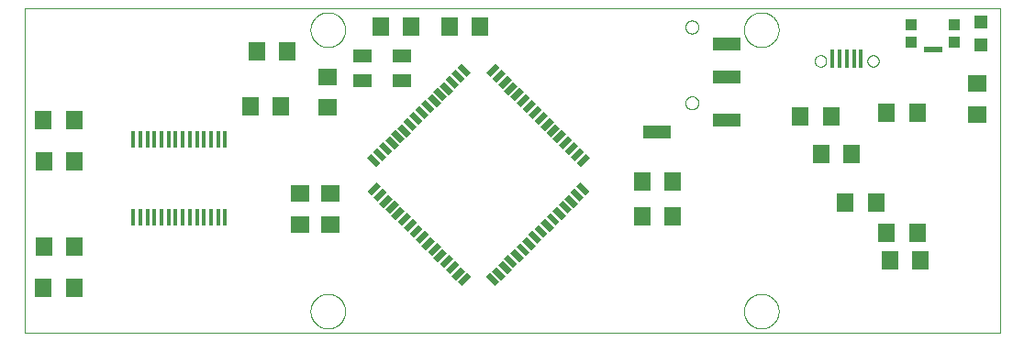
<source format=gtp>
G75*
%MOIN*%
%OFA0B0*%
%FSLAX25Y25*%
%IPPOS*%
%LPD*%
%AMOC8*
5,1,8,0,0,1.08239X$1,22.5*
%
%ADD10C,0.00000*%
%ADD11R,0.06299X0.07087*%
%ADD12R,0.07087X0.06299*%
%ADD13R,0.02200X0.04700*%
%ADD14R,0.04700X0.02200*%
%ADD15R,0.07087X0.04724*%
%ADD16R,0.07098X0.06299*%
%ADD17R,0.06299X0.07098*%
%ADD18R,0.01575X0.05906*%
%ADD19R,0.04724X0.04724*%
%ADD20R,0.09843X0.04724*%
%ADD21R,0.01575X0.06890*%
%ADD22R,0.03937X0.03937*%
%ADD23R,0.06693X0.02165*%
D10*
X0001600Y0002700D02*
X0001600Y0120810D01*
X0355931Y0120810D01*
X0355931Y0002700D01*
X0001600Y0002700D01*
X0105537Y0010574D02*
X0105539Y0010732D01*
X0105545Y0010890D01*
X0105555Y0011048D01*
X0105569Y0011206D01*
X0105587Y0011363D01*
X0105608Y0011520D01*
X0105634Y0011676D01*
X0105664Y0011832D01*
X0105697Y0011987D01*
X0105735Y0012140D01*
X0105776Y0012293D01*
X0105821Y0012445D01*
X0105870Y0012596D01*
X0105923Y0012745D01*
X0105979Y0012893D01*
X0106039Y0013039D01*
X0106103Y0013184D01*
X0106171Y0013327D01*
X0106242Y0013469D01*
X0106316Y0013609D01*
X0106394Y0013746D01*
X0106476Y0013882D01*
X0106560Y0014016D01*
X0106649Y0014147D01*
X0106740Y0014276D01*
X0106835Y0014403D01*
X0106932Y0014528D01*
X0107033Y0014650D01*
X0107137Y0014769D01*
X0107244Y0014886D01*
X0107354Y0015000D01*
X0107467Y0015111D01*
X0107582Y0015220D01*
X0107700Y0015325D01*
X0107821Y0015427D01*
X0107944Y0015527D01*
X0108070Y0015623D01*
X0108198Y0015716D01*
X0108328Y0015806D01*
X0108461Y0015892D01*
X0108596Y0015976D01*
X0108732Y0016055D01*
X0108871Y0016132D01*
X0109012Y0016204D01*
X0109154Y0016274D01*
X0109298Y0016339D01*
X0109444Y0016401D01*
X0109591Y0016459D01*
X0109740Y0016514D01*
X0109890Y0016565D01*
X0110041Y0016612D01*
X0110193Y0016655D01*
X0110346Y0016694D01*
X0110501Y0016730D01*
X0110656Y0016761D01*
X0110812Y0016789D01*
X0110968Y0016813D01*
X0111125Y0016833D01*
X0111283Y0016849D01*
X0111440Y0016861D01*
X0111599Y0016869D01*
X0111757Y0016873D01*
X0111915Y0016873D01*
X0112073Y0016869D01*
X0112232Y0016861D01*
X0112389Y0016849D01*
X0112547Y0016833D01*
X0112704Y0016813D01*
X0112860Y0016789D01*
X0113016Y0016761D01*
X0113171Y0016730D01*
X0113326Y0016694D01*
X0113479Y0016655D01*
X0113631Y0016612D01*
X0113782Y0016565D01*
X0113932Y0016514D01*
X0114081Y0016459D01*
X0114228Y0016401D01*
X0114374Y0016339D01*
X0114518Y0016274D01*
X0114660Y0016204D01*
X0114801Y0016132D01*
X0114940Y0016055D01*
X0115076Y0015976D01*
X0115211Y0015892D01*
X0115344Y0015806D01*
X0115474Y0015716D01*
X0115602Y0015623D01*
X0115728Y0015527D01*
X0115851Y0015427D01*
X0115972Y0015325D01*
X0116090Y0015220D01*
X0116205Y0015111D01*
X0116318Y0015000D01*
X0116428Y0014886D01*
X0116535Y0014769D01*
X0116639Y0014650D01*
X0116740Y0014528D01*
X0116837Y0014403D01*
X0116932Y0014276D01*
X0117023Y0014147D01*
X0117112Y0014016D01*
X0117196Y0013882D01*
X0117278Y0013746D01*
X0117356Y0013609D01*
X0117430Y0013469D01*
X0117501Y0013327D01*
X0117569Y0013184D01*
X0117633Y0013039D01*
X0117693Y0012893D01*
X0117749Y0012745D01*
X0117802Y0012596D01*
X0117851Y0012445D01*
X0117896Y0012293D01*
X0117937Y0012140D01*
X0117975Y0011987D01*
X0118008Y0011832D01*
X0118038Y0011676D01*
X0118064Y0011520D01*
X0118085Y0011363D01*
X0118103Y0011206D01*
X0118117Y0011048D01*
X0118127Y0010890D01*
X0118133Y0010732D01*
X0118135Y0010574D01*
X0118133Y0010416D01*
X0118127Y0010258D01*
X0118117Y0010100D01*
X0118103Y0009942D01*
X0118085Y0009785D01*
X0118064Y0009628D01*
X0118038Y0009472D01*
X0118008Y0009316D01*
X0117975Y0009161D01*
X0117937Y0009008D01*
X0117896Y0008855D01*
X0117851Y0008703D01*
X0117802Y0008552D01*
X0117749Y0008403D01*
X0117693Y0008255D01*
X0117633Y0008109D01*
X0117569Y0007964D01*
X0117501Y0007821D01*
X0117430Y0007679D01*
X0117356Y0007539D01*
X0117278Y0007402D01*
X0117196Y0007266D01*
X0117112Y0007132D01*
X0117023Y0007001D01*
X0116932Y0006872D01*
X0116837Y0006745D01*
X0116740Y0006620D01*
X0116639Y0006498D01*
X0116535Y0006379D01*
X0116428Y0006262D01*
X0116318Y0006148D01*
X0116205Y0006037D01*
X0116090Y0005928D01*
X0115972Y0005823D01*
X0115851Y0005721D01*
X0115728Y0005621D01*
X0115602Y0005525D01*
X0115474Y0005432D01*
X0115344Y0005342D01*
X0115211Y0005256D01*
X0115076Y0005172D01*
X0114940Y0005093D01*
X0114801Y0005016D01*
X0114660Y0004944D01*
X0114518Y0004874D01*
X0114374Y0004809D01*
X0114228Y0004747D01*
X0114081Y0004689D01*
X0113932Y0004634D01*
X0113782Y0004583D01*
X0113631Y0004536D01*
X0113479Y0004493D01*
X0113326Y0004454D01*
X0113171Y0004418D01*
X0113016Y0004387D01*
X0112860Y0004359D01*
X0112704Y0004335D01*
X0112547Y0004315D01*
X0112389Y0004299D01*
X0112232Y0004287D01*
X0112073Y0004279D01*
X0111915Y0004275D01*
X0111757Y0004275D01*
X0111599Y0004279D01*
X0111440Y0004287D01*
X0111283Y0004299D01*
X0111125Y0004315D01*
X0110968Y0004335D01*
X0110812Y0004359D01*
X0110656Y0004387D01*
X0110501Y0004418D01*
X0110346Y0004454D01*
X0110193Y0004493D01*
X0110041Y0004536D01*
X0109890Y0004583D01*
X0109740Y0004634D01*
X0109591Y0004689D01*
X0109444Y0004747D01*
X0109298Y0004809D01*
X0109154Y0004874D01*
X0109012Y0004944D01*
X0108871Y0005016D01*
X0108732Y0005093D01*
X0108596Y0005172D01*
X0108461Y0005256D01*
X0108328Y0005342D01*
X0108198Y0005432D01*
X0108070Y0005525D01*
X0107944Y0005621D01*
X0107821Y0005721D01*
X0107700Y0005823D01*
X0107582Y0005928D01*
X0107467Y0006037D01*
X0107354Y0006148D01*
X0107244Y0006262D01*
X0107137Y0006379D01*
X0107033Y0006498D01*
X0106932Y0006620D01*
X0106835Y0006745D01*
X0106740Y0006872D01*
X0106649Y0007001D01*
X0106560Y0007132D01*
X0106476Y0007266D01*
X0106394Y0007402D01*
X0106316Y0007539D01*
X0106242Y0007679D01*
X0106171Y0007821D01*
X0106103Y0007964D01*
X0106039Y0008109D01*
X0105979Y0008255D01*
X0105923Y0008403D01*
X0105870Y0008552D01*
X0105821Y0008703D01*
X0105776Y0008855D01*
X0105735Y0009008D01*
X0105697Y0009161D01*
X0105664Y0009316D01*
X0105634Y0009472D01*
X0105608Y0009628D01*
X0105587Y0009785D01*
X0105569Y0009942D01*
X0105555Y0010100D01*
X0105545Y0010258D01*
X0105539Y0010416D01*
X0105537Y0010574D01*
X0263018Y0010574D02*
X0263020Y0010732D01*
X0263026Y0010890D01*
X0263036Y0011048D01*
X0263050Y0011206D01*
X0263068Y0011363D01*
X0263089Y0011520D01*
X0263115Y0011676D01*
X0263145Y0011832D01*
X0263178Y0011987D01*
X0263216Y0012140D01*
X0263257Y0012293D01*
X0263302Y0012445D01*
X0263351Y0012596D01*
X0263404Y0012745D01*
X0263460Y0012893D01*
X0263520Y0013039D01*
X0263584Y0013184D01*
X0263652Y0013327D01*
X0263723Y0013469D01*
X0263797Y0013609D01*
X0263875Y0013746D01*
X0263957Y0013882D01*
X0264041Y0014016D01*
X0264130Y0014147D01*
X0264221Y0014276D01*
X0264316Y0014403D01*
X0264413Y0014528D01*
X0264514Y0014650D01*
X0264618Y0014769D01*
X0264725Y0014886D01*
X0264835Y0015000D01*
X0264948Y0015111D01*
X0265063Y0015220D01*
X0265181Y0015325D01*
X0265302Y0015427D01*
X0265425Y0015527D01*
X0265551Y0015623D01*
X0265679Y0015716D01*
X0265809Y0015806D01*
X0265942Y0015892D01*
X0266077Y0015976D01*
X0266213Y0016055D01*
X0266352Y0016132D01*
X0266493Y0016204D01*
X0266635Y0016274D01*
X0266779Y0016339D01*
X0266925Y0016401D01*
X0267072Y0016459D01*
X0267221Y0016514D01*
X0267371Y0016565D01*
X0267522Y0016612D01*
X0267674Y0016655D01*
X0267827Y0016694D01*
X0267982Y0016730D01*
X0268137Y0016761D01*
X0268293Y0016789D01*
X0268449Y0016813D01*
X0268606Y0016833D01*
X0268764Y0016849D01*
X0268921Y0016861D01*
X0269080Y0016869D01*
X0269238Y0016873D01*
X0269396Y0016873D01*
X0269554Y0016869D01*
X0269713Y0016861D01*
X0269870Y0016849D01*
X0270028Y0016833D01*
X0270185Y0016813D01*
X0270341Y0016789D01*
X0270497Y0016761D01*
X0270652Y0016730D01*
X0270807Y0016694D01*
X0270960Y0016655D01*
X0271112Y0016612D01*
X0271263Y0016565D01*
X0271413Y0016514D01*
X0271562Y0016459D01*
X0271709Y0016401D01*
X0271855Y0016339D01*
X0271999Y0016274D01*
X0272141Y0016204D01*
X0272282Y0016132D01*
X0272421Y0016055D01*
X0272557Y0015976D01*
X0272692Y0015892D01*
X0272825Y0015806D01*
X0272955Y0015716D01*
X0273083Y0015623D01*
X0273209Y0015527D01*
X0273332Y0015427D01*
X0273453Y0015325D01*
X0273571Y0015220D01*
X0273686Y0015111D01*
X0273799Y0015000D01*
X0273909Y0014886D01*
X0274016Y0014769D01*
X0274120Y0014650D01*
X0274221Y0014528D01*
X0274318Y0014403D01*
X0274413Y0014276D01*
X0274504Y0014147D01*
X0274593Y0014016D01*
X0274677Y0013882D01*
X0274759Y0013746D01*
X0274837Y0013609D01*
X0274911Y0013469D01*
X0274982Y0013327D01*
X0275050Y0013184D01*
X0275114Y0013039D01*
X0275174Y0012893D01*
X0275230Y0012745D01*
X0275283Y0012596D01*
X0275332Y0012445D01*
X0275377Y0012293D01*
X0275418Y0012140D01*
X0275456Y0011987D01*
X0275489Y0011832D01*
X0275519Y0011676D01*
X0275545Y0011520D01*
X0275566Y0011363D01*
X0275584Y0011206D01*
X0275598Y0011048D01*
X0275608Y0010890D01*
X0275614Y0010732D01*
X0275616Y0010574D01*
X0275614Y0010416D01*
X0275608Y0010258D01*
X0275598Y0010100D01*
X0275584Y0009942D01*
X0275566Y0009785D01*
X0275545Y0009628D01*
X0275519Y0009472D01*
X0275489Y0009316D01*
X0275456Y0009161D01*
X0275418Y0009008D01*
X0275377Y0008855D01*
X0275332Y0008703D01*
X0275283Y0008552D01*
X0275230Y0008403D01*
X0275174Y0008255D01*
X0275114Y0008109D01*
X0275050Y0007964D01*
X0274982Y0007821D01*
X0274911Y0007679D01*
X0274837Y0007539D01*
X0274759Y0007402D01*
X0274677Y0007266D01*
X0274593Y0007132D01*
X0274504Y0007001D01*
X0274413Y0006872D01*
X0274318Y0006745D01*
X0274221Y0006620D01*
X0274120Y0006498D01*
X0274016Y0006379D01*
X0273909Y0006262D01*
X0273799Y0006148D01*
X0273686Y0006037D01*
X0273571Y0005928D01*
X0273453Y0005823D01*
X0273332Y0005721D01*
X0273209Y0005621D01*
X0273083Y0005525D01*
X0272955Y0005432D01*
X0272825Y0005342D01*
X0272692Y0005256D01*
X0272557Y0005172D01*
X0272421Y0005093D01*
X0272282Y0005016D01*
X0272141Y0004944D01*
X0271999Y0004874D01*
X0271855Y0004809D01*
X0271709Y0004747D01*
X0271562Y0004689D01*
X0271413Y0004634D01*
X0271263Y0004583D01*
X0271112Y0004536D01*
X0270960Y0004493D01*
X0270807Y0004454D01*
X0270652Y0004418D01*
X0270497Y0004387D01*
X0270341Y0004359D01*
X0270185Y0004335D01*
X0270028Y0004315D01*
X0269870Y0004299D01*
X0269713Y0004287D01*
X0269554Y0004279D01*
X0269396Y0004275D01*
X0269238Y0004275D01*
X0269080Y0004279D01*
X0268921Y0004287D01*
X0268764Y0004299D01*
X0268606Y0004315D01*
X0268449Y0004335D01*
X0268293Y0004359D01*
X0268137Y0004387D01*
X0267982Y0004418D01*
X0267827Y0004454D01*
X0267674Y0004493D01*
X0267522Y0004536D01*
X0267371Y0004583D01*
X0267221Y0004634D01*
X0267072Y0004689D01*
X0266925Y0004747D01*
X0266779Y0004809D01*
X0266635Y0004874D01*
X0266493Y0004944D01*
X0266352Y0005016D01*
X0266213Y0005093D01*
X0266077Y0005172D01*
X0265942Y0005256D01*
X0265809Y0005342D01*
X0265679Y0005432D01*
X0265551Y0005525D01*
X0265425Y0005621D01*
X0265302Y0005721D01*
X0265181Y0005823D01*
X0265063Y0005928D01*
X0264948Y0006037D01*
X0264835Y0006148D01*
X0264725Y0006262D01*
X0264618Y0006379D01*
X0264514Y0006498D01*
X0264413Y0006620D01*
X0264316Y0006745D01*
X0264221Y0006872D01*
X0264130Y0007001D01*
X0264041Y0007132D01*
X0263957Y0007266D01*
X0263875Y0007402D01*
X0263797Y0007539D01*
X0263723Y0007679D01*
X0263652Y0007821D01*
X0263584Y0007964D01*
X0263520Y0008109D01*
X0263460Y0008255D01*
X0263404Y0008403D01*
X0263351Y0008552D01*
X0263302Y0008703D01*
X0263257Y0008855D01*
X0263216Y0009008D01*
X0263178Y0009161D01*
X0263145Y0009316D01*
X0263115Y0009472D01*
X0263089Y0009628D01*
X0263068Y0009785D01*
X0263050Y0009942D01*
X0263036Y0010100D01*
X0263026Y0010258D01*
X0263020Y0010416D01*
X0263018Y0010574D01*
X0241738Y0086342D02*
X0241740Y0086439D01*
X0241746Y0086536D01*
X0241756Y0086632D01*
X0241770Y0086728D01*
X0241788Y0086824D01*
X0241809Y0086918D01*
X0241835Y0087012D01*
X0241864Y0087104D01*
X0241898Y0087195D01*
X0241934Y0087285D01*
X0241975Y0087373D01*
X0242019Y0087459D01*
X0242067Y0087544D01*
X0242118Y0087626D01*
X0242172Y0087707D01*
X0242230Y0087785D01*
X0242291Y0087860D01*
X0242354Y0087933D01*
X0242421Y0088004D01*
X0242491Y0088071D01*
X0242563Y0088136D01*
X0242638Y0088197D01*
X0242716Y0088256D01*
X0242795Y0088311D01*
X0242877Y0088363D01*
X0242961Y0088411D01*
X0243047Y0088456D01*
X0243135Y0088498D01*
X0243224Y0088536D01*
X0243315Y0088570D01*
X0243407Y0088600D01*
X0243500Y0088627D01*
X0243595Y0088649D01*
X0243690Y0088668D01*
X0243786Y0088683D01*
X0243882Y0088694D01*
X0243979Y0088701D01*
X0244076Y0088704D01*
X0244173Y0088703D01*
X0244270Y0088698D01*
X0244366Y0088689D01*
X0244462Y0088676D01*
X0244558Y0088659D01*
X0244653Y0088638D01*
X0244746Y0088614D01*
X0244839Y0088585D01*
X0244931Y0088553D01*
X0245021Y0088517D01*
X0245109Y0088478D01*
X0245196Y0088434D01*
X0245281Y0088388D01*
X0245364Y0088337D01*
X0245445Y0088284D01*
X0245523Y0088227D01*
X0245600Y0088167D01*
X0245673Y0088104D01*
X0245744Y0088038D01*
X0245812Y0087969D01*
X0245878Y0087897D01*
X0245940Y0087823D01*
X0245999Y0087746D01*
X0246055Y0087667D01*
X0246108Y0087585D01*
X0246158Y0087502D01*
X0246203Y0087416D01*
X0246246Y0087329D01*
X0246285Y0087240D01*
X0246320Y0087150D01*
X0246351Y0087058D01*
X0246378Y0086965D01*
X0246402Y0086871D01*
X0246422Y0086776D01*
X0246438Y0086680D01*
X0246450Y0086584D01*
X0246458Y0086487D01*
X0246462Y0086390D01*
X0246462Y0086294D01*
X0246458Y0086197D01*
X0246450Y0086100D01*
X0246438Y0086004D01*
X0246422Y0085908D01*
X0246402Y0085813D01*
X0246378Y0085719D01*
X0246351Y0085626D01*
X0246320Y0085534D01*
X0246285Y0085444D01*
X0246246Y0085355D01*
X0246203Y0085268D01*
X0246158Y0085182D01*
X0246108Y0085099D01*
X0246055Y0085017D01*
X0245999Y0084938D01*
X0245940Y0084861D01*
X0245878Y0084787D01*
X0245812Y0084715D01*
X0245744Y0084646D01*
X0245673Y0084580D01*
X0245600Y0084517D01*
X0245523Y0084457D01*
X0245445Y0084400D01*
X0245364Y0084347D01*
X0245281Y0084296D01*
X0245196Y0084250D01*
X0245109Y0084206D01*
X0245021Y0084167D01*
X0244931Y0084131D01*
X0244839Y0084099D01*
X0244746Y0084070D01*
X0244653Y0084046D01*
X0244558Y0084025D01*
X0244462Y0084008D01*
X0244366Y0083995D01*
X0244270Y0083986D01*
X0244173Y0083981D01*
X0244076Y0083980D01*
X0243979Y0083983D01*
X0243882Y0083990D01*
X0243786Y0084001D01*
X0243690Y0084016D01*
X0243595Y0084035D01*
X0243500Y0084057D01*
X0243407Y0084084D01*
X0243315Y0084114D01*
X0243224Y0084148D01*
X0243135Y0084186D01*
X0243047Y0084228D01*
X0242961Y0084273D01*
X0242877Y0084321D01*
X0242795Y0084373D01*
X0242716Y0084428D01*
X0242638Y0084487D01*
X0242563Y0084548D01*
X0242491Y0084613D01*
X0242421Y0084680D01*
X0242354Y0084751D01*
X0242291Y0084824D01*
X0242230Y0084899D01*
X0242172Y0084977D01*
X0242118Y0085058D01*
X0242067Y0085140D01*
X0242019Y0085225D01*
X0241975Y0085311D01*
X0241934Y0085399D01*
X0241898Y0085489D01*
X0241864Y0085580D01*
X0241835Y0085672D01*
X0241809Y0085766D01*
X0241788Y0085860D01*
X0241770Y0085956D01*
X0241756Y0086052D01*
X0241746Y0086148D01*
X0241740Y0086245D01*
X0241738Y0086342D01*
X0288736Y0101578D02*
X0288738Y0101669D01*
X0288744Y0101759D01*
X0288754Y0101850D01*
X0288768Y0101939D01*
X0288786Y0102028D01*
X0288807Y0102117D01*
X0288833Y0102204D01*
X0288862Y0102290D01*
X0288896Y0102374D01*
X0288932Y0102457D01*
X0288973Y0102539D01*
X0289017Y0102618D01*
X0289064Y0102696D01*
X0289115Y0102771D01*
X0289169Y0102844D01*
X0289226Y0102914D01*
X0289286Y0102982D01*
X0289349Y0103048D01*
X0289415Y0103110D01*
X0289484Y0103169D01*
X0289555Y0103226D01*
X0289629Y0103279D01*
X0289705Y0103329D01*
X0289783Y0103376D01*
X0289863Y0103419D01*
X0289944Y0103458D01*
X0290028Y0103494D01*
X0290113Y0103526D01*
X0290199Y0103555D01*
X0290286Y0103579D01*
X0290375Y0103600D01*
X0290464Y0103617D01*
X0290554Y0103630D01*
X0290644Y0103639D01*
X0290735Y0103644D01*
X0290826Y0103645D01*
X0290916Y0103642D01*
X0291007Y0103635D01*
X0291097Y0103624D01*
X0291187Y0103609D01*
X0291276Y0103590D01*
X0291364Y0103568D01*
X0291450Y0103541D01*
X0291536Y0103511D01*
X0291620Y0103477D01*
X0291703Y0103439D01*
X0291784Y0103398D01*
X0291863Y0103353D01*
X0291940Y0103304D01*
X0292014Y0103253D01*
X0292087Y0103198D01*
X0292157Y0103140D01*
X0292224Y0103079D01*
X0292288Y0103015D01*
X0292350Y0102949D01*
X0292409Y0102879D01*
X0292464Y0102808D01*
X0292517Y0102733D01*
X0292566Y0102657D01*
X0292612Y0102579D01*
X0292654Y0102498D01*
X0292693Y0102416D01*
X0292728Y0102332D01*
X0292759Y0102247D01*
X0292786Y0102160D01*
X0292810Y0102073D01*
X0292830Y0101984D01*
X0292846Y0101895D01*
X0292858Y0101805D01*
X0292866Y0101714D01*
X0292870Y0101623D01*
X0292870Y0101533D01*
X0292866Y0101442D01*
X0292858Y0101351D01*
X0292846Y0101261D01*
X0292830Y0101172D01*
X0292810Y0101083D01*
X0292786Y0100996D01*
X0292759Y0100909D01*
X0292728Y0100824D01*
X0292693Y0100740D01*
X0292654Y0100658D01*
X0292612Y0100577D01*
X0292566Y0100499D01*
X0292517Y0100423D01*
X0292464Y0100348D01*
X0292409Y0100277D01*
X0292350Y0100207D01*
X0292288Y0100141D01*
X0292224Y0100077D01*
X0292157Y0100016D01*
X0292087Y0099958D01*
X0292014Y0099903D01*
X0291940Y0099852D01*
X0291863Y0099803D01*
X0291784Y0099758D01*
X0291703Y0099717D01*
X0291620Y0099679D01*
X0291536Y0099645D01*
X0291450Y0099615D01*
X0291364Y0099588D01*
X0291276Y0099566D01*
X0291187Y0099547D01*
X0291097Y0099532D01*
X0291007Y0099521D01*
X0290916Y0099514D01*
X0290826Y0099511D01*
X0290735Y0099512D01*
X0290644Y0099517D01*
X0290554Y0099526D01*
X0290464Y0099539D01*
X0290375Y0099556D01*
X0290286Y0099577D01*
X0290199Y0099601D01*
X0290113Y0099630D01*
X0290028Y0099662D01*
X0289944Y0099698D01*
X0289863Y0099737D01*
X0289783Y0099780D01*
X0289705Y0099827D01*
X0289629Y0099877D01*
X0289555Y0099930D01*
X0289484Y0099987D01*
X0289415Y0100046D01*
X0289349Y0100108D01*
X0289286Y0100174D01*
X0289226Y0100242D01*
X0289169Y0100312D01*
X0289115Y0100385D01*
X0289064Y0100460D01*
X0289017Y0100538D01*
X0288973Y0100617D01*
X0288932Y0100699D01*
X0288896Y0100782D01*
X0288862Y0100866D01*
X0288833Y0100952D01*
X0288807Y0101039D01*
X0288786Y0101128D01*
X0288768Y0101217D01*
X0288754Y0101306D01*
X0288744Y0101397D01*
X0288738Y0101487D01*
X0288736Y0101578D01*
X0307830Y0101578D02*
X0307832Y0101669D01*
X0307838Y0101759D01*
X0307848Y0101850D01*
X0307862Y0101939D01*
X0307880Y0102028D01*
X0307901Y0102117D01*
X0307927Y0102204D01*
X0307956Y0102290D01*
X0307990Y0102374D01*
X0308026Y0102457D01*
X0308067Y0102539D01*
X0308111Y0102618D01*
X0308158Y0102696D01*
X0308209Y0102771D01*
X0308263Y0102844D01*
X0308320Y0102914D01*
X0308380Y0102982D01*
X0308443Y0103048D01*
X0308509Y0103110D01*
X0308578Y0103169D01*
X0308649Y0103226D01*
X0308723Y0103279D01*
X0308799Y0103329D01*
X0308877Y0103376D01*
X0308957Y0103419D01*
X0309038Y0103458D01*
X0309122Y0103494D01*
X0309207Y0103526D01*
X0309293Y0103555D01*
X0309380Y0103579D01*
X0309469Y0103600D01*
X0309558Y0103617D01*
X0309648Y0103630D01*
X0309738Y0103639D01*
X0309829Y0103644D01*
X0309920Y0103645D01*
X0310010Y0103642D01*
X0310101Y0103635D01*
X0310191Y0103624D01*
X0310281Y0103609D01*
X0310370Y0103590D01*
X0310458Y0103568D01*
X0310544Y0103541D01*
X0310630Y0103511D01*
X0310714Y0103477D01*
X0310797Y0103439D01*
X0310878Y0103398D01*
X0310957Y0103353D01*
X0311034Y0103304D01*
X0311108Y0103253D01*
X0311181Y0103198D01*
X0311251Y0103140D01*
X0311318Y0103079D01*
X0311382Y0103015D01*
X0311444Y0102949D01*
X0311503Y0102879D01*
X0311558Y0102808D01*
X0311611Y0102733D01*
X0311660Y0102657D01*
X0311706Y0102579D01*
X0311748Y0102498D01*
X0311787Y0102416D01*
X0311822Y0102332D01*
X0311853Y0102247D01*
X0311880Y0102160D01*
X0311904Y0102073D01*
X0311924Y0101984D01*
X0311940Y0101895D01*
X0311952Y0101805D01*
X0311960Y0101714D01*
X0311964Y0101623D01*
X0311964Y0101533D01*
X0311960Y0101442D01*
X0311952Y0101351D01*
X0311940Y0101261D01*
X0311924Y0101172D01*
X0311904Y0101083D01*
X0311880Y0100996D01*
X0311853Y0100909D01*
X0311822Y0100824D01*
X0311787Y0100740D01*
X0311748Y0100658D01*
X0311706Y0100577D01*
X0311660Y0100499D01*
X0311611Y0100423D01*
X0311558Y0100348D01*
X0311503Y0100277D01*
X0311444Y0100207D01*
X0311382Y0100141D01*
X0311318Y0100077D01*
X0311251Y0100016D01*
X0311181Y0099958D01*
X0311108Y0099903D01*
X0311034Y0099852D01*
X0310957Y0099803D01*
X0310878Y0099758D01*
X0310797Y0099717D01*
X0310714Y0099679D01*
X0310630Y0099645D01*
X0310544Y0099615D01*
X0310458Y0099588D01*
X0310370Y0099566D01*
X0310281Y0099547D01*
X0310191Y0099532D01*
X0310101Y0099521D01*
X0310010Y0099514D01*
X0309920Y0099511D01*
X0309829Y0099512D01*
X0309738Y0099517D01*
X0309648Y0099526D01*
X0309558Y0099539D01*
X0309469Y0099556D01*
X0309380Y0099577D01*
X0309293Y0099601D01*
X0309207Y0099630D01*
X0309122Y0099662D01*
X0309038Y0099698D01*
X0308957Y0099737D01*
X0308877Y0099780D01*
X0308799Y0099827D01*
X0308723Y0099877D01*
X0308649Y0099930D01*
X0308578Y0099987D01*
X0308509Y0100046D01*
X0308443Y0100108D01*
X0308380Y0100174D01*
X0308320Y0100242D01*
X0308263Y0100312D01*
X0308209Y0100385D01*
X0308158Y0100460D01*
X0308111Y0100538D01*
X0308067Y0100617D01*
X0308026Y0100699D01*
X0307990Y0100782D01*
X0307956Y0100866D01*
X0307927Y0100952D01*
X0307901Y0101039D01*
X0307880Y0101128D01*
X0307862Y0101217D01*
X0307848Y0101306D01*
X0307838Y0101397D01*
X0307832Y0101487D01*
X0307830Y0101578D01*
X0263018Y0112936D02*
X0263020Y0113094D01*
X0263026Y0113252D01*
X0263036Y0113410D01*
X0263050Y0113568D01*
X0263068Y0113725D01*
X0263089Y0113882D01*
X0263115Y0114038D01*
X0263145Y0114194D01*
X0263178Y0114349D01*
X0263216Y0114502D01*
X0263257Y0114655D01*
X0263302Y0114807D01*
X0263351Y0114958D01*
X0263404Y0115107D01*
X0263460Y0115255D01*
X0263520Y0115401D01*
X0263584Y0115546D01*
X0263652Y0115689D01*
X0263723Y0115831D01*
X0263797Y0115971D01*
X0263875Y0116108D01*
X0263957Y0116244D01*
X0264041Y0116378D01*
X0264130Y0116509D01*
X0264221Y0116638D01*
X0264316Y0116765D01*
X0264413Y0116890D01*
X0264514Y0117012D01*
X0264618Y0117131D01*
X0264725Y0117248D01*
X0264835Y0117362D01*
X0264948Y0117473D01*
X0265063Y0117582D01*
X0265181Y0117687D01*
X0265302Y0117789D01*
X0265425Y0117889D01*
X0265551Y0117985D01*
X0265679Y0118078D01*
X0265809Y0118168D01*
X0265942Y0118254D01*
X0266077Y0118338D01*
X0266213Y0118417D01*
X0266352Y0118494D01*
X0266493Y0118566D01*
X0266635Y0118636D01*
X0266779Y0118701D01*
X0266925Y0118763D01*
X0267072Y0118821D01*
X0267221Y0118876D01*
X0267371Y0118927D01*
X0267522Y0118974D01*
X0267674Y0119017D01*
X0267827Y0119056D01*
X0267982Y0119092D01*
X0268137Y0119123D01*
X0268293Y0119151D01*
X0268449Y0119175D01*
X0268606Y0119195D01*
X0268764Y0119211D01*
X0268921Y0119223D01*
X0269080Y0119231D01*
X0269238Y0119235D01*
X0269396Y0119235D01*
X0269554Y0119231D01*
X0269713Y0119223D01*
X0269870Y0119211D01*
X0270028Y0119195D01*
X0270185Y0119175D01*
X0270341Y0119151D01*
X0270497Y0119123D01*
X0270652Y0119092D01*
X0270807Y0119056D01*
X0270960Y0119017D01*
X0271112Y0118974D01*
X0271263Y0118927D01*
X0271413Y0118876D01*
X0271562Y0118821D01*
X0271709Y0118763D01*
X0271855Y0118701D01*
X0271999Y0118636D01*
X0272141Y0118566D01*
X0272282Y0118494D01*
X0272421Y0118417D01*
X0272557Y0118338D01*
X0272692Y0118254D01*
X0272825Y0118168D01*
X0272955Y0118078D01*
X0273083Y0117985D01*
X0273209Y0117889D01*
X0273332Y0117789D01*
X0273453Y0117687D01*
X0273571Y0117582D01*
X0273686Y0117473D01*
X0273799Y0117362D01*
X0273909Y0117248D01*
X0274016Y0117131D01*
X0274120Y0117012D01*
X0274221Y0116890D01*
X0274318Y0116765D01*
X0274413Y0116638D01*
X0274504Y0116509D01*
X0274593Y0116378D01*
X0274677Y0116244D01*
X0274759Y0116108D01*
X0274837Y0115971D01*
X0274911Y0115831D01*
X0274982Y0115689D01*
X0275050Y0115546D01*
X0275114Y0115401D01*
X0275174Y0115255D01*
X0275230Y0115107D01*
X0275283Y0114958D01*
X0275332Y0114807D01*
X0275377Y0114655D01*
X0275418Y0114502D01*
X0275456Y0114349D01*
X0275489Y0114194D01*
X0275519Y0114038D01*
X0275545Y0113882D01*
X0275566Y0113725D01*
X0275584Y0113568D01*
X0275598Y0113410D01*
X0275608Y0113252D01*
X0275614Y0113094D01*
X0275616Y0112936D01*
X0275614Y0112778D01*
X0275608Y0112620D01*
X0275598Y0112462D01*
X0275584Y0112304D01*
X0275566Y0112147D01*
X0275545Y0111990D01*
X0275519Y0111834D01*
X0275489Y0111678D01*
X0275456Y0111523D01*
X0275418Y0111370D01*
X0275377Y0111217D01*
X0275332Y0111065D01*
X0275283Y0110914D01*
X0275230Y0110765D01*
X0275174Y0110617D01*
X0275114Y0110471D01*
X0275050Y0110326D01*
X0274982Y0110183D01*
X0274911Y0110041D01*
X0274837Y0109901D01*
X0274759Y0109764D01*
X0274677Y0109628D01*
X0274593Y0109494D01*
X0274504Y0109363D01*
X0274413Y0109234D01*
X0274318Y0109107D01*
X0274221Y0108982D01*
X0274120Y0108860D01*
X0274016Y0108741D01*
X0273909Y0108624D01*
X0273799Y0108510D01*
X0273686Y0108399D01*
X0273571Y0108290D01*
X0273453Y0108185D01*
X0273332Y0108083D01*
X0273209Y0107983D01*
X0273083Y0107887D01*
X0272955Y0107794D01*
X0272825Y0107704D01*
X0272692Y0107618D01*
X0272557Y0107534D01*
X0272421Y0107455D01*
X0272282Y0107378D01*
X0272141Y0107306D01*
X0271999Y0107236D01*
X0271855Y0107171D01*
X0271709Y0107109D01*
X0271562Y0107051D01*
X0271413Y0106996D01*
X0271263Y0106945D01*
X0271112Y0106898D01*
X0270960Y0106855D01*
X0270807Y0106816D01*
X0270652Y0106780D01*
X0270497Y0106749D01*
X0270341Y0106721D01*
X0270185Y0106697D01*
X0270028Y0106677D01*
X0269870Y0106661D01*
X0269713Y0106649D01*
X0269554Y0106641D01*
X0269396Y0106637D01*
X0269238Y0106637D01*
X0269080Y0106641D01*
X0268921Y0106649D01*
X0268764Y0106661D01*
X0268606Y0106677D01*
X0268449Y0106697D01*
X0268293Y0106721D01*
X0268137Y0106749D01*
X0267982Y0106780D01*
X0267827Y0106816D01*
X0267674Y0106855D01*
X0267522Y0106898D01*
X0267371Y0106945D01*
X0267221Y0106996D01*
X0267072Y0107051D01*
X0266925Y0107109D01*
X0266779Y0107171D01*
X0266635Y0107236D01*
X0266493Y0107306D01*
X0266352Y0107378D01*
X0266213Y0107455D01*
X0266077Y0107534D01*
X0265942Y0107618D01*
X0265809Y0107704D01*
X0265679Y0107794D01*
X0265551Y0107887D01*
X0265425Y0107983D01*
X0265302Y0108083D01*
X0265181Y0108185D01*
X0265063Y0108290D01*
X0264948Y0108399D01*
X0264835Y0108510D01*
X0264725Y0108624D01*
X0264618Y0108741D01*
X0264514Y0108860D01*
X0264413Y0108982D01*
X0264316Y0109107D01*
X0264221Y0109234D01*
X0264130Y0109363D01*
X0264041Y0109494D01*
X0263957Y0109628D01*
X0263875Y0109764D01*
X0263797Y0109901D01*
X0263723Y0110041D01*
X0263652Y0110183D01*
X0263584Y0110326D01*
X0263520Y0110471D01*
X0263460Y0110617D01*
X0263404Y0110765D01*
X0263351Y0110914D01*
X0263302Y0111065D01*
X0263257Y0111217D01*
X0263216Y0111370D01*
X0263178Y0111523D01*
X0263145Y0111678D01*
X0263115Y0111834D01*
X0263089Y0111990D01*
X0263068Y0112147D01*
X0263050Y0112304D01*
X0263036Y0112462D01*
X0263026Y0112620D01*
X0263020Y0112778D01*
X0263018Y0112936D01*
X0241738Y0113901D02*
X0241740Y0113998D01*
X0241746Y0114095D01*
X0241756Y0114191D01*
X0241770Y0114287D01*
X0241788Y0114383D01*
X0241809Y0114477D01*
X0241835Y0114571D01*
X0241864Y0114663D01*
X0241898Y0114754D01*
X0241934Y0114844D01*
X0241975Y0114932D01*
X0242019Y0115018D01*
X0242067Y0115103D01*
X0242118Y0115185D01*
X0242172Y0115266D01*
X0242230Y0115344D01*
X0242291Y0115419D01*
X0242354Y0115492D01*
X0242421Y0115563D01*
X0242491Y0115630D01*
X0242563Y0115695D01*
X0242638Y0115756D01*
X0242716Y0115815D01*
X0242795Y0115870D01*
X0242877Y0115922D01*
X0242961Y0115970D01*
X0243047Y0116015D01*
X0243135Y0116057D01*
X0243224Y0116095D01*
X0243315Y0116129D01*
X0243407Y0116159D01*
X0243500Y0116186D01*
X0243595Y0116208D01*
X0243690Y0116227D01*
X0243786Y0116242D01*
X0243882Y0116253D01*
X0243979Y0116260D01*
X0244076Y0116263D01*
X0244173Y0116262D01*
X0244270Y0116257D01*
X0244366Y0116248D01*
X0244462Y0116235D01*
X0244558Y0116218D01*
X0244653Y0116197D01*
X0244746Y0116173D01*
X0244839Y0116144D01*
X0244931Y0116112D01*
X0245021Y0116076D01*
X0245109Y0116037D01*
X0245196Y0115993D01*
X0245281Y0115947D01*
X0245364Y0115896D01*
X0245445Y0115843D01*
X0245523Y0115786D01*
X0245600Y0115726D01*
X0245673Y0115663D01*
X0245744Y0115597D01*
X0245812Y0115528D01*
X0245878Y0115456D01*
X0245940Y0115382D01*
X0245999Y0115305D01*
X0246055Y0115226D01*
X0246108Y0115144D01*
X0246158Y0115061D01*
X0246203Y0114975D01*
X0246246Y0114888D01*
X0246285Y0114799D01*
X0246320Y0114709D01*
X0246351Y0114617D01*
X0246378Y0114524D01*
X0246402Y0114430D01*
X0246422Y0114335D01*
X0246438Y0114239D01*
X0246450Y0114143D01*
X0246458Y0114046D01*
X0246462Y0113949D01*
X0246462Y0113853D01*
X0246458Y0113756D01*
X0246450Y0113659D01*
X0246438Y0113563D01*
X0246422Y0113467D01*
X0246402Y0113372D01*
X0246378Y0113278D01*
X0246351Y0113185D01*
X0246320Y0113093D01*
X0246285Y0113003D01*
X0246246Y0112914D01*
X0246203Y0112827D01*
X0246158Y0112741D01*
X0246108Y0112658D01*
X0246055Y0112576D01*
X0245999Y0112497D01*
X0245940Y0112420D01*
X0245878Y0112346D01*
X0245812Y0112274D01*
X0245744Y0112205D01*
X0245673Y0112139D01*
X0245600Y0112076D01*
X0245523Y0112016D01*
X0245445Y0111959D01*
X0245364Y0111906D01*
X0245281Y0111855D01*
X0245196Y0111809D01*
X0245109Y0111765D01*
X0245021Y0111726D01*
X0244931Y0111690D01*
X0244839Y0111658D01*
X0244746Y0111629D01*
X0244653Y0111605D01*
X0244558Y0111584D01*
X0244462Y0111567D01*
X0244366Y0111554D01*
X0244270Y0111545D01*
X0244173Y0111540D01*
X0244076Y0111539D01*
X0243979Y0111542D01*
X0243882Y0111549D01*
X0243786Y0111560D01*
X0243690Y0111575D01*
X0243595Y0111594D01*
X0243500Y0111616D01*
X0243407Y0111643D01*
X0243315Y0111673D01*
X0243224Y0111707D01*
X0243135Y0111745D01*
X0243047Y0111787D01*
X0242961Y0111832D01*
X0242877Y0111880D01*
X0242795Y0111932D01*
X0242716Y0111987D01*
X0242638Y0112046D01*
X0242563Y0112107D01*
X0242491Y0112172D01*
X0242421Y0112239D01*
X0242354Y0112310D01*
X0242291Y0112383D01*
X0242230Y0112458D01*
X0242172Y0112536D01*
X0242118Y0112617D01*
X0242067Y0112699D01*
X0242019Y0112784D01*
X0241975Y0112870D01*
X0241934Y0112958D01*
X0241898Y0113048D01*
X0241864Y0113139D01*
X0241835Y0113231D01*
X0241809Y0113325D01*
X0241788Y0113419D01*
X0241770Y0113515D01*
X0241756Y0113611D01*
X0241746Y0113707D01*
X0241740Y0113804D01*
X0241738Y0113901D01*
X0105537Y0112936D02*
X0105539Y0113094D01*
X0105545Y0113252D01*
X0105555Y0113410D01*
X0105569Y0113568D01*
X0105587Y0113725D01*
X0105608Y0113882D01*
X0105634Y0114038D01*
X0105664Y0114194D01*
X0105697Y0114349D01*
X0105735Y0114502D01*
X0105776Y0114655D01*
X0105821Y0114807D01*
X0105870Y0114958D01*
X0105923Y0115107D01*
X0105979Y0115255D01*
X0106039Y0115401D01*
X0106103Y0115546D01*
X0106171Y0115689D01*
X0106242Y0115831D01*
X0106316Y0115971D01*
X0106394Y0116108D01*
X0106476Y0116244D01*
X0106560Y0116378D01*
X0106649Y0116509D01*
X0106740Y0116638D01*
X0106835Y0116765D01*
X0106932Y0116890D01*
X0107033Y0117012D01*
X0107137Y0117131D01*
X0107244Y0117248D01*
X0107354Y0117362D01*
X0107467Y0117473D01*
X0107582Y0117582D01*
X0107700Y0117687D01*
X0107821Y0117789D01*
X0107944Y0117889D01*
X0108070Y0117985D01*
X0108198Y0118078D01*
X0108328Y0118168D01*
X0108461Y0118254D01*
X0108596Y0118338D01*
X0108732Y0118417D01*
X0108871Y0118494D01*
X0109012Y0118566D01*
X0109154Y0118636D01*
X0109298Y0118701D01*
X0109444Y0118763D01*
X0109591Y0118821D01*
X0109740Y0118876D01*
X0109890Y0118927D01*
X0110041Y0118974D01*
X0110193Y0119017D01*
X0110346Y0119056D01*
X0110501Y0119092D01*
X0110656Y0119123D01*
X0110812Y0119151D01*
X0110968Y0119175D01*
X0111125Y0119195D01*
X0111283Y0119211D01*
X0111440Y0119223D01*
X0111599Y0119231D01*
X0111757Y0119235D01*
X0111915Y0119235D01*
X0112073Y0119231D01*
X0112232Y0119223D01*
X0112389Y0119211D01*
X0112547Y0119195D01*
X0112704Y0119175D01*
X0112860Y0119151D01*
X0113016Y0119123D01*
X0113171Y0119092D01*
X0113326Y0119056D01*
X0113479Y0119017D01*
X0113631Y0118974D01*
X0113782Y0118927D01*
X0113932Y0118876D01*
X0114081Y0118821D01*
X0114228Y0118763D01*
X0114374Y0118701D01*
X0114518Y0118636D01*
X0114660Y0118566D01*
X0114801Y0118494D01*
X0114940Y0118417D01*
X0115076Y0118338D01*
X0115211Y0118254D01*
X0115344Y0118168D01*
X0115474Y0118078D01*
X0115602Y0117985D01*
X0115728Y0117889D01*
X0115851Y0117789D01*
X0115972Y0117687D01*
X0116090Y0117582D01*
X0116205Y0117473D01*
X0116318Y0117362D01*
X0116428Y0117248D01*
X0116535Y0117131D01*
X0116639Y0117012D01*
X0116740Y0116890D01*
X0116837Y0116765D01*
X0116932Y0116638D01*
X0117023Y0116509D01*
X0117112Y0116378D01*
X0117196Y0116244D01*
X0117278Y0116108D01*
X0117356Y0115971D01*
X0117430Y0115831D01*
X0117501Y0115689D01*
X0117569Y0115546D01*
X0117633Y0115401D01*
X0117693Y0115255D01*
X0117749Y0115107D01*
X0117802Y0114958D01*
X0117851Y0114807D01*
X0117896Y0114655D01*
X0117937Y0114502D01*
X0117975Y0114349D01*
X0118008Y0114194D01*
X0118038Y0114038D01*
X0118064Y0113882D01*
X0118085Y0113725D01*
X0118103Y0113568D01*
X0118117Y0113410D01*
X0118127Y0113252D01*
X0118133Y0113094D01*
X0118135Y0112936D01*
X0118133Y0112778D01*
X0118127Y0112620D01*
X0118117Y0112462D01*
X0118103Y0112304D01*
X0118085Y0112147D01*
X0118064Y0111990D01*
X0118038Y0111834D01*
X0118008Y0111678D01*
X0117975Y0111523D01*
X0117937Y0111370D01*
X0117896Y0111217D01*
X0117851Y0111065D01*
X0117802Y0110914D01*
X0117749Y0110765D01*
X0117693Y0110617D01*
X0117633Y0110471D01*
X0117569Y0110326D01*
X0117501Y0110183D01*
X0117430Y0110041D01*
X0117356Y0109901D01*
X0117278Y0109764D01*
X0117196Y0109628D01*
X0117112Y0109494D01*
X0117023Y0109363D01*
X0116932Y0109234D01*
X0116837Y0109107D01*
X0116740Y0108982D01*
X0116639Y0108860D01*
X0116535Y0108741D01*
X0116428Y0108624D01*
X0116318Y0108510D01*
X0116205Y0108399D01*
X0116090Y0108290D01*
X0115972Y0108185D01*
X0115851Y0108083D01*
X0115728Y0107983D01*
X0115602Y0107887D01*
X0115474Y0107794D01*
X0115344Y0107704D01*
X0115211Y0107618D01*
X0115076Y0107534D01*
X0114940Y0107455D01*
X0114801Y0107378D01*
X0114660Y0107306D01*
X0114518Y0107236D01*
X0114374Y0107171D01*
X0114228Y0107109D01*
X0114081Y0107051D01*
X0113932Y0106996D01*
X0113782Y0106945D01*
X0113631Y0106898D01*
X0113479Y0106855D01*
X0113326Y0106816D01*
X0113171Y0106780D01*
X0113016Y0106749D01*
X0112860Y0106721D01*
X0112704Y0106697D01*
X0112547Y0106677D01*
X0112389Y0106661D01*
X0112232Y0106649D01*
X0112073Y0106641D01*
X0111915Y0106637D01*
X0111757Y0106637D01*
X0111599Y0106641D01*
X0111440Y0106649D01*
X0111283Y0106661D01*
X0111125Y0106677D01*
X0110968Y0106697D01*
X0110812Y0106721D01*
X0110656Y0106749D01*
X0110501Y0106780D01*
X0110346Y0106816D01*
X0110193Y0106855D01*
X0110041Y0106898D01*
X0109890Y0106945D01*
X0109740Y0106996D01*
X0109591Y0107051D01*
X0109444Y0107109D01*
X0109298Y0107171D01*
X0109154Y0107236D01*
X0109012Y0107306D01*
X0108871Y0107378D01*
X0108732Y0107455D01*
X0108596Y0107534D01*
X0108461Y0107618D01*
X0108328Y0107704D01*
X0108198Y0107794D01*
X0108070Y0107887D01*
X0107944Y0107983D01*
X0107821Y0108083D01*
X0107700Y0108185D01*
X0107582Y0108290D01*
X0107467Y0108399D01*
X0107354Y0108510D01*
X0107244Y0108624D01*
X0107137Y0108741D01*
X0107033Y0108860D01*
X0106932Y0108982D01*
X0106835Y0109107D01*
X0106740Y0109234D01*
X0106649Y0109363D01*
X0106560Y0109494D01*
X0106476Y0109628D01*
X0106394Y0109764D01*
X0106316Y0109901D01*
X0106242Y0110041D01*
X0106171Y0110183D01*
X0106103Y0110326D01*
X0106039Y0110471D01*
X0105979Y0110617D01*
X0105923Y0110765D01*
X0105870Y0110914D01*
X0105821Y0111065D01*
X0105776Y0111217D01*
X0105735Y0111370D01*
X0105697Y0111523D01*
X0105664Y0111678D01*
X0105634Y0111834D01*
X0105608Y0111990D01*
X0105587Y0112147D01*
X0105569Y0112304D01*
X0105555Y0112462D01*
X0105545Y0112620D01*
X0105539Y0112778D01*
X0105537Y0112936D01*
D11*
X0131088Y0113950D03*
X0142112Y0113950D03*
X0156088Y0113950D03*
X0167112Y0113950D03*
X0094612Y0085200D03*
X0083588Y0085200D03*
X0019612Y0065200D03*
X0008588Y0065200D03*
X0008588Y0033950D03*
X0019612Y0033950D03*
X0226088Y0045200D03*
X0237112Y0045200D03*
X0237112Y0057700D03*
X0226088Y0057700D03*
D12*
X0111600Y0084688D03*
X0111600Y0095712D03*
D13*
G36*
X0143655Y0083781D02*
X0145211Y0085337D01*
X0148533Y0082015D01*
X0146977Y0080459D01*
X0143655Y0083781D01*
G37*
G36*
X0145847Y0085973D02*
X0147403Y0087529D01*
X0150725Y0084207D01*
X0149169Y0082651D01*
X0145847Y0085973D01*
G37*
G36*
X0148039Y0088165D02*
X0149595Y0089721D01*
X0152917Y0086399D01*
X0151361Y0084843D01*
X0148039Y0088165D01*
G37*
G36*
X0150231Y0090357D02*
X0151787Y0091913D01*
X0155109Y0088591D01*
X0153553Y0087035D01*
X0150231Y0090357D01*
G37*
G36*
X0152423Y0092549D02*
X0153979Y0094105D01*
X0157301Y0090783D01*
X0155745Y0089227D01*
X0152423Y0092549D01*
G37*
G36*
X0154615Y0094741D02*
X0156171Y0096297D01*
X0159493Y0092975D01*
X0157937Y0091419D01*
X0154615Y0094741D01*
G37*
G36*
X0156807Y0096933D02*
X0158363Y0098489D01*
X0161685Y0095167D01*
X0160129Y0093611D01*
X0156807Y0096933D01*
G37*
G36*
X0158999Y0099125D02*
X0160555Y0100681D01*
X0163877Y0097359D01*
X0162321Y0095803D01*
X0158999Y0099125D01*
G37*
G36*
X0141463Y0081589D02*
X0143019Y0083145D01*
X0146341Y0079823D01*
X0144785Y0078267D01*
X0141463Y0081589D01*
G37*
G36*
X0139271Y0079397D02*
X0140827Y0080953D01*
X0144149Y0077631D01*
X0142593Y0076075D01*
X0139271Y0079397D01*
G37*
G36*
X0137079Y0077205D02*
X0138635Y0078761D01*
X0141957Y0075439D01*
X0140401Y0073883D01*
X0137079Y0077205D01*
G37*
G36*
X0134887Y0075013D02*
X0136443Y0076569D01*
X0139765Y0073247D01*
X0138209Y0071691D01*
X0134887Y0075013D01*
G37*
G36*
X0132695Y0072821D02*
X0134251Y0074377D01*
X0137573Y0071055D01*
X0136017Y0069499D01*
X0132695Y0072821D01*
G37*
G36*
X0130503Y0070629D02*
X0132059Y0072185D01*
X0135381Y0068863D01*
X0133825Y0067307D01*
X0130503Y0070629D01*
G37*
G36*
X0128311Y0068437D02*
X0129867Y0069993D01*
X0133189Y0066671D01*
X0131633Y0065115D01*
X0128311Y0068437D01*
G37*
G36*
X0126119Y0066245D02*
X0127675Y0067801D01*
X0130997Y0064479D01*
X0129441Y0062923D01*
X0126119Y0066245D01*
G37*
G36*
X0189051Y0042769D02*
X0190607Y0044325D01*
X0193929Y0041003D01*
X0192373Y0039447D01*
X0189051Y0042769D01*
G37*
G36*
X0191243Y0044961D02*
X0192799Y0046517D01*
X0196121Y0043195D01*
X0194565Y0041639D01*
X0191243Y0044961D01*
G37*
G36*
X0193435Y0047153D02*
X0194991Y0048709D01*
X0198313Y0045387D01*
X0196757Y0043831D01*
X0193435Y0047153D01*
G37*
G36*
X0195627Y0049345D02*
X0197183Y0050901D01*
X0200505Y0047579D01*
X0198949Y0046023D01*
X0195627Y0049345D01*
G37*
G36*
X0197819Y0051537D02*
X0199375Y0053093D01*
X0202697Y0049771D01*
X0201141Y0048215D01*
X0197819Y0051537D01*
G37*
G36*
X0200011Y0053729D02*
X0201567Y0055285D01*
X0204889Y0051963D01*
X0203333Y0050407D01*
X0200011Y0053729D01*
G37*
G36*
X0202203Y0055921D02*
X0203759Y0057477D01*
X0207081Y0054155D01*
X0205525Y0052599D01*
X0202203Y0055921D01*
G37*
G36*
X0186859Y0040577D02*
X0188415Y0042133D01*
X0191737Y0038811D01*
X0190181Y0037255D01*
X0186859Y0040577D01*
G37*
G36*
X0184667Y0038385D02*
X0186223Y0039941D01*
X0189545Y0036619D01*
X0187989Y0035063D01*
X0184667Y0038385D01*
G37*
G36*
X0182475Y0036193D02*
X0184031Y0037749D01*
X0187353Y0034427D01*
X0185797Y0032871D01*
X0182475Y0036193D01*
G37*
G36*
X0180283Y0034001D02*
X0181839Y0035557D01*
X0185161Y0032235D01*
X0183605Y0030679D01*
X0180283Y0034001D01*
G37*
G36*
X0178091Y0031809D02*
X0179647Y0033365D01*
X0182969Y0030043D01*
X0181413Y0028487D01*
X0178091Y0031809D01*
G37*
G36*
X0175899Y0029617D02*
X0177455Y0031173D01*
X0180777Y0027851D01*
X0179221Y0026295D01*
X0175899Y0029617D01*
G37*
G36*
X0173707Y0027425D02*
X0175263Y0028981D01*
X0178585Y0025659D01*
X0177029Y0024103D01*
X0173707Y0027425D01*
G37*
G36*
X0171515Y0025233D02*
X0173071Y0026789D01*
X0176393Y0023467D01*
X0174837Y0021911D01*
X0171515Y0025233D01*
G37*
G36*
X0169323Y0023041D02*
X0170879Y0024597D01*
X0174201Y0021275D01*
X0172645Y0019719D01*
X0169323Y0023041D01*
G37*
D14*
G36*
X0158999Y0021275D02*
X0162321Y0024597D01*
X0163877Y0023041D01*
X0160555Y0019719D01*
X0158999Y0021275D01*
G37*
G36*
X0156807Y0023467D02*
X0160129Y0026789D01*
X0161685Y0025233D01*
X0158363Y0021911D01*
X0156807Y0023467D01*
G37*
G36*
X0154615Y0025659D02*
X0157937Y0028981D01*
X0159493Y0027425D01*
X0156171Y0024103D01*
X0154615Y0025659D01*
G37*
G36*
X0152423Y0027851D02*
X0155745Y0031173D01*
X0157301Y0029617D01*
X0153979Y0026295D01*
X0152423Y0027851D01*
G37*
G36*
X0150231Y0030043D02*
X0153553Y0033365D01*
X0155109Y0031809D01*
X0151787Y0028487D01*
X0150231Y0030043D01*
G37*
G36*
X0148039Y0032235D02*
X0151361Y0035557D01*
X0152917Y0034001D01*
X0149595Y0030679D01*
X0148039Y0032235D01*
G37*
G36*
X0145847Y0034427D02*
X0149169Y0037749D01*
X0150725Y0036193D01*
X0147403Y0032871D01*
X0145847Y0034427D01*
G37*
G36*
X0143655Y0036619D02*
X0146977Y0039941D01*
X0148533Y0038385D01*
X0145211Y0035063D01*
X0143655Y0036619D01*
G37*
G36*
X0141463Y0038811D02*
X0144785Y0042133D01*
X0146341Y0040577D01*
X0143019Y0037255D01*
X0141463Y0038811D01*
G37*
G36*
X0139271Y0041003D02*
X0142593Y0044325D01*
X0144149Y0042769D01*
X0140827Y0039447D01*
X0139271Y0041003D01*
G37*
G36*
X0137079Y0043195D02*
X0140401Y0046517D01*
X0141957Y0044961D01*
X0138635Y0041639D01*
X0137079Y0043195D01*
G37*
G36*
X0134887Y0045387D02*
X0138209Y0048709D01*
X0139765Y0047153D01*
X0136443Y0043831D01*
X0134887Y0045387D01*
G37*
G36*
X0132695Y0047579D02*
X0136017Y0050901D01*
X0137573Y0049345D01*
X0134251Y0046023D01*
X0132695Y0047579D01*
G37*
G36*
X0130503Y0049771D02*
X0133825Y0053093D01*
X0135381Y0051537D01*
X0132059Y0048215D01*
X0130503Y0049771D01*
G37*
G36*
X0128311Y0051963D02*
X0131633Y0055285D01*
X0133189Y0053729D01*
X0129867Y0050407D01*
X0128311Y0051963D01*
G37*
G36*
X0126119Y0054155D02*
X0129441Y0057477D01*
X0130997Y0055921D01*
X0127675Y0052599D01*
X0126119Y0054155D01*
G37*
G36*
X0189051Y0077631D02*
X0192373Y0080953D01*
X0193929Y0079397D01*
X0190607Y0076075D01*
X0189051Y0077631D01*
G37*
G36*
X0191243Y0075439D02*
X0194565Y0078761D01*
X0196121Y0077205D01*
X0192799Y0073883D01*
X0191243Y0075439D01*
G37*
G36*
X0193435Y0073247D02*
X0196757Y0076569D01*
X0198313Y0075013D01*
X0194991Y0071691D01*
X0193435Y0073247D01*
G37*
G36*
X0195627Y0071055D02*
X0198949Y0074377D01*
X0200505Y0072821D01*
X0197183Y0069499D01*
X0195627Y0071055D01*
G37*
G36*
X0197819Y0068863D02*
X0201141Y0072185D01*
X0202697Y0070629D01*
X0199375Y0067307D01*
X0197819Y0068863D01*
G37*
G36*
X0200011Y0066671D02*
X0203333Y0069993D01*
X0204889Y0068437D01*
X0201567Y0065115D01*
X0200011Y0066671D01*
G37*
G36*
X0202203Y0064479D02*
X0205525Y0067801D01*
X0207081Y0066245D01*
X0203759Y0062923D01*
X0202203Y0064479D01*
G37*
G36*
X0186859Y0079823D02*
X0190181Y0083145D01*
X0191737Y0081589D01*
X0188415Y0078267D01*
X0186859Y0079823D01*
G37*
G36*
X0184667Y0082015D02*
X0187989Y0085337D01*
X0189545Y0083781D01*
X0186223Y0080459D01*
X0184667Y0082015D01*
G37*
G36*
X0182475Y0084207D02*
X0185797Y0087529D01*
X0187353Y0085973D01*
X0184031Y0082651D01*
X0182475Y0084207D01*
G37*
G36*
X0180283Y0086399D02*
X0183605Y0089721D01*
X0185161Y0088165D01*
X0181839Y0084843D01*
X0180283Y0086399D01*
G37*
G36*
X0178091Y0088591D02*
X0181413Y0091913D01*
X0182969Y0090357D01*
X0179647Y0087035D01*
X0178091Y0088591D01*
G37*
G36*
X0175899Y0090783D02*
X0179221Y0094105D01*
X0180777Y0092549D01*
X0177455Y0089227D01*
X0175899Y0090783D01*
G37*
G36*
X0173707Y0092975D02*
X0177029Y0096297D01*
X0178585Y0094741D01*
X0175263Y0091419D01*
X0173707Y0092975D01*
G37*
G36*
X0171515Y0095167D02*
X0174837Y0098489D01*
X0176393Y0096933D01*
X0173071Y0093611D01*
X0171515Y0095167D01*
G37*
G36*
X0169323Y0097359D02*
X0172645Y0100681D01*
X0174201Y0099125D01*
X0170879Y0095803D01*
X0169323Y0097359D01*
G37*
D15*
X0138883Y0094422D03*
X0124317Y0094422D03*
X0124317Y0103478D03*
X0138883Y0103478D03*
D16*
X0112850Y0053298D03*
X0101600Y0053298D03*
X0101600Y0042102D03*
X0112850Y0042102D03*
X0347850Y0082102D03*
X0347850Y0093298D03*
D17*
X0325948Y0082700D03*
X0314752Y0082700D03*
X0294698Y0081450D03*
X0283502Y0081450D03*
X0291002Y0067700D03*
X0302198Y0067700D03*
X0299752Y0050200D03*
X0310948Y0050200D03*
X0314752Y0038950D03*
X0325948Y0038950D03*
X0327198Y0028950D03*
X0316002Y0028950D03*
X0097198Y0105200D03*
X0086002Y0105200D03*
X0019698Y0080200D03*
X0008502Y0080200D03*
X0008502Y0018950D03*
X0019698Y0018950D03*
D18*
X0041216Y0044678D03*
X0043775Y0044678D03*
X0046334Y0044678D03*
X0048893Y0044678D03*
X0051452Y0044678D03*
X0054011Y0044678D03*
X0056570Y0044678D03*
X0059130Y0044678D03*
X0061689Y0044678D03*
X0064248Y0044678D03*
X0066807Y0044678D03*
X0069366Y0044678D03*
X0071925Y0044678D03*
X0074484Y0044678D03*
X0074484Y0073222D03*
X0071925Y0073222D03*
X0069366Y0073222D03*
X0066807Y0073222D03*
X0064248Y0073222D03*
X0061689Y0073222D03*
X0059130Y0073222D03*
X0056570Y0073222D03*
X0054011Y0073222D03*
X0051452Y0073222D03*
X0048893Y0073222D03*
X0046334Y0073222D03*
X0043775Y0073222D03*
X0041216Y0073222D03*
D19*
X0349100Y0107316D03*
X0349100Y0115584D03*
D20*
X0256895Y0107602D03*
X0256895Y0095791D03*
X0256895Y0080043D03*
X0231305Y0075712D03*
D21*
X0295232Y0102385D03*
X0297791Y0102385D03*
X0300350Y0102385D03*
X0302909Y0102385D03*
X0305468Y0102385D03*
D22*
X0323726Y0108300D03*
X0339474Y0108300D03*
X0339474Y0114600D03*
X0323726Y0114600D03*
D23*
X0331600Y0105840D03*
M02*

</source>
